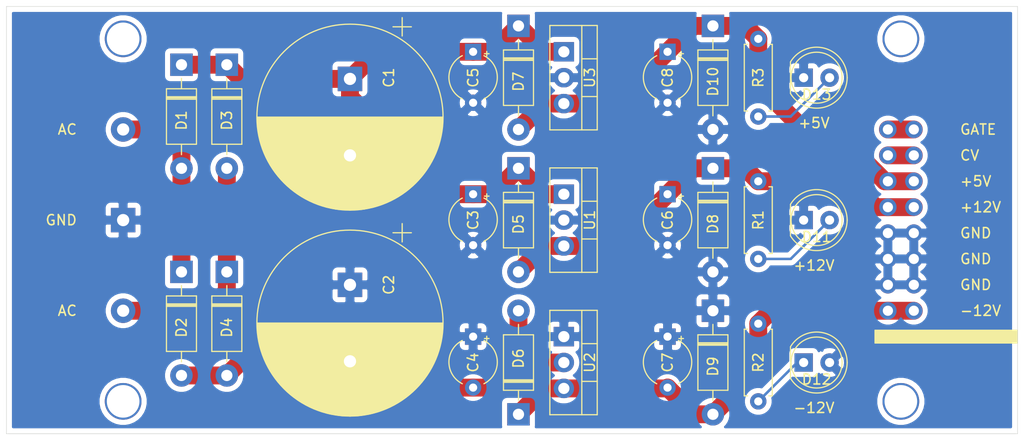
<source format=kicad_pcb>
(kicad_pcb (version 20171130) (host pcbnew 5.1.7-a382d34a8~87~ubuntu16.04.1)
  (layers (0 F.Cu signal) (31 B.Cu signal) (34 B.Paste user) (35 F.Paste user) (36 B.SilkS user) (37 F.SilkS user) (38 B.Mask user) (39 F.Mask user) (44 Edge.Cuts user))
  (net 0 "")
  (net 1 GND)
  (net 2 "Net-(C1-Pad1)")
  (net 3 "Net-(C2-Pad2)")
  (net 4 +12V)
  (net 5 -12V)
  (net 6 +5V)
  (net 7 +12VA)
  (net 8 -12VA)
  (net 9 "Net-(D11-Pad2)")
  (net 10 "Net-(D12-Pad1)")
  (net 11 "Net-(D13-Pad2)")
  (module Connector_PinHeader_2.54mm:PinHeader_1x01_P2.54mm_Vertical (layer F.Cu) (at 24.13 29.845)
    (fp_text reference REF** hide)
    (fp_text value PinHeader_1x01_P2.54mm_Vertical hide)
    (pad 1 thru_hole oval (at 0 0) (size 2.4 2.4) (drill 1.2) (layers *.Cu *.Mask) (net 8 -12VA))
  )
  (module "breakfast:toast_logo_small" (layer F.Cu) (at 109.855 1.905)
    (fp_text reference G*** hide)
    (fp_text value LOGO hide)
    (fp_poly (pts (xy -0.141651 -1.065431) (xy -0.016017 -1.053687) (xy 0.113376 -1.034518) (xy 0.244949 -1.00803) (xy 0.377121 -0.97433) (xy 0.388815 -0.970998) (xy 0.501468 -0.935596) (xy 0.604327 -0.8967) (xy 0.701582 -0.852703) (xy 0.716138 -0.845468) (xy 0.779811 -0.811584) (xy 0.833532 -0.778494) (xy 0.881043 -0.743584) (xy 0.926085 -0.704242) (xy 0.946122 -0.684818) (xy 0.977793 -0.651833) (xy 1.001378 -0.623338) (xy 1.019984 -0.595232) (xy 1.034316 -0.568358) (xy 1.046147 -0.543783) (xy 1.053987 -0.524717) (xy 1.058658 -0.507062) (xy 1.060981 -0.486719) (xy 1.061775 -0.459589) (xy 1.061861 -0.430774) (xy 1.061609 -0.394687) (xy 1.060404 -0.368754) (xy 1.057569 -0.349018) (xy 1.052428 -0.331524) (xy 1.044306 -0.312317) (xy 1.04006 -0.303248) (xy 1.023673 -0.2741) (xy 1.001829 -0.242229) (xy 0.979704 -0.215054) (xy 0.941149 -0.172862) (xy 0.832969 0.372733) (xy 0.811333 0.481479) (xy 0.792157 0.577034) (xy 0.775293 0.660077) (xy 0.760595 0.731286) (xy 0.747918 0.791339) (xy 0.737114 0.840914) (xy 0.728037 0.88069) (xy 0.72054 0.911343) (xy 0.714477 0.933553) (xy 0.709702 0.947998) (xy 0.707713 0.952597) (xy 0.681758 0.991303) (xy 0.646377 1.025466) (xy 0.606256 1.050631) (xy 0.603006 1.052112) (xy 0.592596 1.056663) (xy 0.582651 1.060573) (xy 0.572339 1.063717) (xy 0.560825 1.065971) (xy 0.547274 1.067212) (xy 0.530852 1.067316) (xy 0.510724 1.066159) (xy 0.486057 1.063618) (xy 0.456016 1.059568) (xy 0.419766 1.053886) (xy 0.376474 1.046448) (xy 0.325305 1.03713) (xy 0.265424 1.025809) (xy 0.195997 1.01236) (xy 0.11619 0.99666) (xy 0.025169 0.978585) (xy -0.077902 0.958012) (xy -0.193855 0.934816) (xy -0.211667 0.931252) (xy -0.345886 0.904306) (xy -0.466343 0.879938) (xy -0.573145 0.858125) (xy -0.666399 0.838845) (xy -0.746213 0.822074) (xy -0.812693 0.80779) (xy -0.865947 0.79597) (xy -0.906083 0.786591) (xy -0.933207 0.779631) (xy -0.947427 0.775066) (xy -0.947953 0.774831) (xy -0.989173 0.74824) (xy -1.023553 0.711403) (xy -1.049211 0.667286) (xy -1.064262 0.618853) (xy -1.067464 0.586592) (xy -1.066174 0.574586) (xy -1.062306 0.549877) (xy -1.056073 0.513595) (xy -1.047685 0.466869) (xy -1.037352 0.410828) (xy -1.035656 0.401797) (xy -0.59479 0.401797) (xy -0.592376 0.404429) (xy -0.583979 0.407963) (xy -0.568792 0.41258) (xy -0.54601 0.418458) (xy -0.514825 0.425776) (xy -0.47443 0.434716) (xy -0.42402 0.445455) (xy -0.362788 0.458174) (xy -0.289926 0.473052) (xy -0.204628 0.490269) (xy -0.130528 0.50512) (xy -0.051491 0.52092) (xy 0.023463 0.535898) (xy 0.09319 0.549825) (xy 0.156544 0.562474) (xy 0.212381 0.573614) (xy 0.259556 0.583019) (xy 0.296925 0.59046) (xy 0.323343 0.595709) (xy 0.337666 0.598537) (xy 0.339955 0.598975) (xy 0.345679 0.593914) (xy 0.348403 0.587375) (xy 0.350357 0.57854) (xy 0.354827 0.557011) (xy 0.36158 0.523936) (xy 0.370387 0.480463) (xy 0.381016 0.427739) (xy 0.393236 0.366911) (xy 0.406816 0.299128) (xy 0.421525 0.225536) (xy 0.437132 0.147284) (xy 0.448074 0.092328) (xy 0.464279 0.011321) (xy 0.479913 -0.065979) (xy 0.494729 -0.1384) (xy 0.508478 -0.204772) (xy 0.520913 -0.263922) (xy 0.531786 -0.314679) (xy 0.540851 -0.355873) (xy 0.547858 -0.386332) (xy 0.552561 -0.404885) (xy 0.554278 -0.41003) (xy 0.561395 -0.424882) (xy 0.564442 -0.433404) (xy 0.564444 -0.433478) (xy 0.55831 -0.439021) (xy 0.541544 -0.448681) (xy 0.516602 -0.461297) (xy 0.48594 -0.475709) (xy 0.452014 -0.490757) (xy 0.417279 -0.50528) (xy 0.389418 -0.516171) (xy 0.269437 -0.555813) (xy 0.141038 -0.588239) (xy 0.00834 -0.612707) (xy -0.124537 -0.628478) (xy -0.253475 -0.634813) (xy -0.271596 -0.634904) (xy -0.318412 -0.634743) (xy -0.352924 -0.634081) (xy -0.376939 -0.632502) (xy -0.392264 -0.629594) (xy -0.400707 -0.624939) (xy -0.404074 -0.618125) (xy -0.404173 -0.608736) (xy -0.403748 -0.604575) (xy -0.404668 -0.594026) (xy -0.408148 -0.570814) (xy -0.413972 -0.536113) (xy -0.421925 -0.491095) (xy -0.431791 -0.436934) (xy -0.443356 -0.374803) (xy -0.456402 -0.305875) (xy -0.470716 -0.231322) (xy -0.486082 -0.152318) (xy -0.497298 -0.09525) (xy -0.513284 -0.014211) (xy -0.528478 0.062893) (xy -0.542656 0.134926) (xy -0.555596 0.200752) (xy -0.567075 0.259235) (xy -0.576869 0.309238) (xy -0.584757 0.349627) (xy -0.590515 0.379264) (xy -0.59392 0.397013) (xy -0.59479 0.401797) (xy -1.035656 0.401797) (xy -1.025287 0.346602) (xy -1.011699 0.275322) (xy -0.996799 0.198116) (xy -0.980798 0.116115) (xy -0.963908 0.030448) (xy -0.95985 0.009994) (xy -0.851814 -0.533872) (xy -0.870474 -0.580516) (xy -0.889282 -0.644453) (xy -0.894556 -0.706894) (xy -0.88686 -0.76697) (xy -0.866758 -0.823811) (xy -0.834814 -0.87655) (xy -0.791591 -0.924316) (xy -0.737653 -0.966241) (xy -0.673563 -1.001455) (xy -0.599886 -1.02909) (xy -0.575028 -1.036023) (xy -0.480216 -1.055046) (xy -0.37533 -1.066217) (xy -0.261949 -1.069643) (xy -0.141651 -1.065431)) (layer F.Cu) (width 0.01))
  )
  (module Connector_PinHeader_2.54mm:PinHeader_2x08_P2.54mm_Vertical (layer F.Cu) (at 101.6 29.845 180)
    (fp_text reference REF** hide)
    (fp_text value PinHeader_2x08_P2.54mm_Vertical hide)
    (pad 16 thru_hole oval (at 2.54 17.78 180) (size 1.7 1.7) (drill 1) (layers *.Cu *.Mask))
    (pad 15 thru_hole oval (at 0 17.78 180) (size 1.7 1.7) (drill 1) (layers *.Cu *.Mask))
    (pad 14 thru_hole oval (at 2.54 15.24 180) (size 1.7 1.7) (drill 1) (layers *.Cu *.Mask))
    (pad 13 thru_hole oval (at 0 15.24 180) (size 1.7 1.7) (drill 1) (layers *.Cu *.Mask))
    (pad 12 thru_hole oval (at 2.54 12.7 180) (size 1.7 1.7) (drill 1) (layers *.Cu *.Mask) (net 6 +5V))
    (pad 11 thru_hole oval (at 0 12.7 180) (size 1.7 1.7) (drill 1) (layers *.Cu *.Mask) (net 6 +5V))
    (pad 10 thru_hole oval (at 2.54 10.16 180) (size 1.7 1.7) (drill 1) (layers *.Cu *.Mask) (net 4 +12V))
    (pad 9 thru_hole oval (at 0 10.16 180) (size 1.7 1.7) (drill 1) (layers *.Cu *.Mask) (net 4 +12V))
    (pad 8 thru_hole oval (at 2.54 7.62 180) (size 1.7 1.7) (drill 1) (layers *.Cu *.Mask) (net 1 GND))
    (pad 7 thru_hole oval (at 0 7.62 180) (size 1.7 1.7) (drill 1) (layers *.Cu *.Mask) (net 1 GND))
    (pad 6 thru_hole oval (at 2.54 5.08 180) (size 1.7 1.7) (drill 1) (layers *.Cu *.Mask) (net 1 GND))
    (pad 5 thru_hole oval (at 0 5.08 180) (size 1.7 1.7) (drill 1) (layers *.Cu *.Mask) (net 1 GND))
    (pad 4 thru_hole oval (at 2.54 2.54 180) (size 1.7 1.7) (drill 1) (layers *.Cu *.Mask) (net 1 GND))
    (pad 3 thru_hole oval (at 0 2.54 180) (size 1.7 1.7) (drill 1) (layers *.Cu *.Mask) (net 1 GND))
    (pad 2 thru_hole oval (at 2.54 0 180) (size 1.7 1.7) (drill 1) (layers *.Cu *.Mask) (net 5 -12V))
    (pad 1 thru_hole oval (at 0 0 180) (size 1.7 1.7) (drill 1) (layers *.Cu *.Mask) (net 5 -12V))
  )
  (module Connector_PinHeader_2.54mm:PinHeader_1x01_P2.54mm_Vertical (layer F.Cu) (at 24.13 12.065)
    (fp_text reference REF** hide)
    (fp_text value PinHeader_1x01_P2.54mm_Vertical hide)
    (pad 1 thru_hole oval (at 0 0) (size 2.4 2.4) (drill 1.2) (layers *.Cu *.Mask) (net 7 +12VA))
  )
  (module Connector_PinHeader_2.54mm:PinHeader_1x01_P2.54mm_Vertical (layer F.Cu) (at 24.13 20.955)
    (fp_text reference REF** hide)
    (fp_text value PinHeader_1x01_P2.54mm_Vertical hide)
    (pad 1 thru_hole rect (at 0 0) (size 2.4 2.4) (drill 1.2) (layers *.Cu *.Mask) (net 1 GND))
  )
  (module Capacitor_THT:CP_Radial_D18.0mm_P7.50mm (layer F.Cu) (at 46.355 7.105 270)
    (fp_text reference C1 (at -0.12 -3.81 90) (layer F.SilkS))
    (fp_text value 4700u)
    (pad 2 thru_hole circle (at 7.5 0 270) (size 2.4 2.4) (drill 1.2) (layers *.Cu *.Mask) (net 1 GND))
    (pad 1 thru_hole rect (at 0 0 270) (size 2.4 2.4) (drill 1.2) (layers *.Cu *.Mask) (net 2 "Net-(C1-Pad1)"))
  )
  (module Capacitor_THT:CP_Radial_D18.0mm_P7.50mm (layer F.Cu) (at 46.355 27.305 270)
    (fp_text reference C2 (at 0 -3.81 90) (layer F.SilkS))
    (fp_text value 4700u)
    (pad 1 thru_hole rect (at 0 0 270) (size 2.4 2.4) (drill 1.2) (layers *.Cu *.Mask) (net 1 GND))
    (pad 2 thru_hole circle (at 7.5 0 270) (size 2.4 2.4) (drill 1.2) (layers *.Cu *.Mask) (net 3 "Net-(C2-Pad2)"))
  )
  (module Diode_THT:D_DO-41_SOD81_P10.16mm_Horizontal (layer F.Cu) (at 29.845 5.715 270)
    (fp_text reference D1 (at 5.461 0 90) (layer F.SilkS))
    (fp_text value 1N4001)
    (pad 2 thru_hole oval (at 10.16 0 270) (size 2.2 2.2) (drill 1.1) (layers *.Cu *.Mask) (net 7 +12VA))
    (pad 1 thru_hole rect (at 0 0 270) (size 2.2 2.2) (drill 1.1) (layers *.Cu *.Mask) (net 2 "Net-(C1-Pad1)"))
  )
  (module Diode_THT:D_DO-41_SOD81_P10.16mm_Horizontal (layer F.Cu) (at 29.845 26.035 270)
    (fp_text reference D2 (at 5.461 0 90) (layer F.SilkS))
    (fp_text value 1N4001)
    (pad 1 thru_hole rect (at 0 0 270) (size 2.2 2.2) (drill 1.1) (layers *.Cu *.Mask) (net 7 +12VA))
    (pad 2 thru_hole oval (at 10.16 0 270) (size 2.2 2.2) (drill 1.1) (layers *.Cu *.Mask) (net 3 "Net-(C2-Pad2)"))
  )
  (module LED_THT:LED_D5.0mm (layer F.Cu) (at 90.805 20.955)
    (fp_text reference D11 (at 1.27 1.651) (layer F.SilkS))
    (fp_text value LED)
    (pad 1 thru_hole rect (at 0 0) (size 1.8 1.8) (drill 0.9) (layers *.Cu *.Mask) (net 1 GND))
    (pad 2 thru_hole circle (at 2.54 0) (size 1.8 1.8) (drill 0.9) (layers *.Cu *.Mask) (net 9 "Net-(D11-Pad2)"))
  )
  (module LED_THT:LED_D5.0mm (layer F.Cu) (at 90.805 34.925)
    (fp_text reference D12 (at 1.27 1.651) (layer F.SilkS))
    (fp_text value LED)
    (pad 1 thru_hole rect (at 0 0) (size 1.8 1.8) (drill 0.9) (layers *.Cu *.Mask) (net 10 "Net-(D12-Pad1)"))
    (pad 2 thru_hole circle (at 2.54 0) (size 1.8 1.8) (drill 0.9) (layers *.Cu *.Mask) (net 1 GND))
  )
  (module LED_THT:LED_D5.0mm (layer F.Cu) (at 90.805 6.985)
    (fp_text reference D13 (at 1.27 1.651) (layer F.SilkS))
    (fp_text value LED)
    (pad 2 thru_hole circle (at 2.54 0) (size 1.8 1.8) (drill 0.9) (layers *.Cu *.Mask) (net 11 "Net-(D13-Pad2)"))
    (pad 1 thru_hole rect (at 0 0) (size 1.8 1.8) (drill 0.9) (layers *.Cu *.Mask) (net 1 GND))
  )
  (module Resistor_THT:R_Axial_DIN0207_L6.3mm_D2.5mm_P7.62mm_Horizontal (layer F.Cu) (at 86.36 24.765 90)
    (fp_text reference R1 (at 3.81 0 90) (layer F.SilkS))
    (fp_text value R)
    (pad 2 thru_hole oval (at 7.62 0 90) (size 1.6 1.6) (drill 0.8) (layers *.Cu *.Mask) (net 4 +12V))
    (pad 1 thru_hole circle (at 0 0 90) (size 1.6 1.6) (drill 0.8) (layers *.Cu *.Mask) (net 9 "Net-(D11-Pad2)"))
  )
  (module Resistor_THT:R_Axial_DIN0207_L6.3mm_D2.5mm_P7.62mm_Horizontal (layer F.Cu) (at 86.36 38.735 90)
    (fp_text reference R2 (at 3.81 0 90) (layer F.SilkS))
    (fp_text value R)
    (pad 1 thru_hole circle (at 0 0 90) (size 1.6 1.6) (drill 0.8) (layers *.Cu *.Mask) (net 10 "Net-(D12-Pad1)"))
    (pad 2 thru_hole oval (at 7.62 0 90) (size 1.6 1.6) (drill 0.8) (layers *.Cu *.Mask) (net 5 -12V))
  )
  (module Resistor_THT:R_Axial_DIN0207_L6.3mm_D2.5mm_P7.62mm_Horizontal (layer F.Cu) (at 86.36 3.175 270)
    (fp_text reference R3 (at 3.81 0 90) (layer F.SilkS))
    (fp_text value R)
    (pad 1 thru_hole circle (at 0 0 270) (size 1.6 1.6) (drill 0.8) (layers *.Cu *.Mask) (net 6 +5V))
    (pad 2 thru_hole oval (at 7.62 0 270) (size 1.6 1.6) (drill 0.8) (layers *.Cu *.Mask) (net 11 "Net-(D13-Pad2)"))
  )
  (module Package_TO_SOT_THT:TO-220-3_Vertical (layer F.Cu) (at 67.31 18.415 270)
    (fp_text reference U1 (at 2.54 -2.54 90) (layer F.SilkS))
    (fp_text value L7812)
    (pad 1 thru_hole rect (at 0 0 270) (size 1.905 2) (drill 1.1) (layers *.Cu *.Mask) (net 2 "Net-(C1-Pad1)"))
    (pad 2 thru_hole oval (at 2.54 0 270) (size 1.905 2) (drill 1.1) (layers *.Cu *.Mask) (net 1 GND))
    (pad 3 thru_hole oval (at 5.08 0 270) (size 1.905 2) (drill 1.1) (layers *.Cu *.Mask) (net 4 +12V))
  )
  (module Package_TO_SOT_THT:TO-220-3_Vertical (layer F.Cu) (at 67.31 32.385 270)
    (fp_text reference U2 (at 2.54 -2.54 90) (layer F.SilkS))
    (fp_text value L7912)
    (pad 1 thru_hole rect (at 0 0 270) (size 1.905 2) (drill 1.1) (layers *.Cu *.Mask) (net 1 GND))
    (pad 2 thru_hole oval (at 2.54 0 270) (size 1.905 2) (drill 1.1) (layers *.Cu *.Mask) (net 3 "Net-(C2-Pad2)"))
    (pad 3 thru_hole oval (at 5.08 0 270) (size 1.905 2) (drill 1.1) (layers *.Cu *.Mask) (net 5 -12V))
  )
  (module Package_TO_SOT_THT:TO-220-3_Vertical (layer F.Cu) (at 67.31 4.445 270)
    (fp_text reference U3 (at 2.54 -2.54 90) (layer F.SilkS))
    (fp_text value L7805)
    (pad 3 thru_hole oval (at 5.08 0 270) (size 1.905 2) (drill 1.1) (layers *.Cu *.Mask) (net 6 +5V))
    (pad 2 thru_hole oval (at 2.54 0 270) (size 1.905 2) (drill 1.1) (layers *.Cu *.Mask) (net 1 GND))
    (pad 1 thru_hole rect (at 0 0 270) (size 1.905 2) (drill 1.1) (layers *.Cu *.Mask) (net 2 "Net-(C1-Pad1)"))
  )
  (module Capacitor_THT:CP_Radial_Tantal_D4.5mm_P5.00mm (layer F.Cu) (at 58.42 18.415 270)
    (fp_text reference C3 (at 2.54 0 90) (layer F.SilkS))
    (fp_text value 1u)
    (pad 2 thru_hole circle (at 5 0 270) (size 1.6 1.6) (drill 0.8) (layers *.Cu *.Mask) (net 1 GND))
    (pad 1 thru_hole rect (at 0 0 270) (size 1.6 1.6) (drill 0.8) (layers *.Cu *.Mask) (net 2 "Net-(C1-Pad1)"))
  )
  (module Capacitor_THT:CP_Radial_Tantal_D4.5mm_P5.00mm (layer F.Cu) (at 58.42 32.385 270)
    (fp_text reference C4 (at 2.54 0 90) (layer F.SilkS))
    (fp_text value 1u)
    (pad 1 thru_hole rect (at 0 0 270) (size 1.6 1.6) (drill 0.8) (layers *.Cu *.Mask) (net 1 GND))
    (pad 2 thru_hole circle (at 5 0 270) (size 1.6 1.6) (drill 0.8) (layers *.Cu *.Mask) (net 3 "Net-(C2-Pad2)"))
  )
  (module Capacitor_THT:CP_Radial_Tantal_D4.5mm_P5.00mm (layer F.Cu) (at 58.42 4.445 270)
    (fp_text reference C5 (at 2.54 0 90) (layer F.SilkS))
    (fp_text value 1u)
    (pad 1 thru_hole rect (at 0 0 270) (size 1.6 1.6) (drill 0.8) (layers *.Cu *.Mask) (net 2 "Net-(C1-Pad1)"))
    (pad 2 thru_hole circle (at 5 0 270) (size 1.6 1.6) (drill 0.8) (layers *.Cu *.Mask) (net 1 GND))
  )
  (module Capacitor_THT:CP_Radial_Tantal_D4.5mm_P5.00mm (layer F.Cu) (at 77.47 18.415 270)
    (fp_text reference C6 (at 2.54 0 90) (layer F.SilkS))
    (fp_text value 1u)
    (pad 2 thru_hole circle (at 5 0 270) (size 1.6 1.6) (drill 0.8) (layers *.Cu *.Mask) (net 1 GND))
    (pad 1 thru_hole rect (at 0 0 270) (size 1.6 1.6) (drill 0.8) (layers *.Cu *.Mask) (net 4 +12V))
  )
  (module Capacitor_THT:CP_Radial_Tantal_D4.5mm_P5.00mm (layer F.Cu) (at 77.47 32.385 270)
    (fp_text reference C7 (at 2.54 0 90) (layer F.SilkS))
    (fp_text value 1u)
    (pad 1 thru_hole rect (at 0 0 270) (size 1.6 1.6) (drill 0.8) (layers *.Cu *.Mask) (net 1 GND))
    (pad 2 thru_hole circle (at 5 0 270) (size 1.6 1.6) (drill 0.8) (layers *.Cu *.Mask) (net 5 -12V))
  )
  (module Capacitor_THT:CP_Radial_Tantal_D4.5mm_P5.00mm (layer F.Cu) (at 77.47 4.445 270)
    (fp_text reference C8 (at 2.54 0 90) (layer F.SilkS))
    (fp_text value 1u)
    (pad 2 thru_hole circle (at 5 0 270) (size 1.6 1.6) (drill 0.8) (layers *.Cu *.Mask) (net 1 GND))
    (pad 1 thru_hole rect (at 0 0 270) (size 1.6 1.6) (drill 0.8) (layers *.Cu *.Mask) (net 6 +5V))
  )
  (module Diode_THT:D_DO-41_SOD81_P10.16mm_Horizontal (layer F.Cu) (at 34.29 5.715 270)
    (fp_text reference D3 (at 5.461 0 90) (layer F.SilkS))
    (fp_text value 1N4001)
    (pad 2 thru_hole oval (at 10.16 0 270) (size 2.2 2.2) (drill 1.1) (layers *.Cu *.Mask) (net 8 -12VA))
    (pad 1 thru_hole rect (at 0 0 270) (size 2.2 2.2) (drill 1.1) (layers *.Cu *.Mask) (net 2 "Net-(C1-Pad1)"))
  )
  (module Diode_THT:D_DO-41_SOD81_P10.16mm_Horizontal (layer F.Cu) (at 34.29 26.035 270)
    (fp_text reference D4 (at 5.461 0 90) (layer F.SilkS))
    (fp_text value 1N4001)
    (pad 1 thru_hole rect (at 0 0 270) (size 2.2 2.2) (drill 1.1) (layers *.Cu *.Mask) (net 8 -12VA))
    (pad 2 thru_hole oval (at 10.16 0 270) (size 2.2 2.2) (drill 1.1) (layers *.Cu *.Mask) (net 3 "Net-(C2-Pad2)"))
  )
  (module Diode_THT:D_DO-41_SOD81_P10.16mm_Horizontal (layer F.Cu) (at 81.915 15.875 270)
    (fp_text reference D8 (at 5.461 0 90) (layer F.SilkS))
    (fp_text value 1N4001)
    (pad 1 thru_hole rect (at 0 0 270) (size 2.2 2.2) (drill 1.1) (layers *.Cu *.Mask) (net 4 +12V))
    (pad 2 thru_hole oval (at 10.16 0 270) (size 2.2 2.2) (drill 1.1) (layers *.Cu *.Mask) (net 1 GND))
  )
  (module Diode_THT:D_DO-41_SOD81_P10.16mm_Horizontal (layer F.Cu) (at 81.915 29.845 270)
    (fp_text reference D9 (at 5.461 0 90) (layer F.SilkS))
    (fp_text value 1N4001)
    (pad 2 thru_hole oval (at 10.16 0 270) (size 2.2 2.2) (drill 1.1) (layers *.Cu *.Mask) (net 5 -12V))
    (pad 1 thru_hole rect (at 0 0 270) (size 2.2 2.2) (drill 1.1) (layers *.Cu *.Mask) (net 1 GND))
  )
  (module Diode_THT:D_DO-41_SOD81_P10.16mm_Horizontal (layer F.Cu) (at 81.915 1.905 270)
    (fp_text reference D10 (at 5.461 0 90) (layer F.SilkS))
    (fp_text value 1N4001)
    (pad 1 thru_hole rect (at 0 0 270) (size 2.2 2.2) (drill 1.1) (layers *.Cu *.Mask) (net 6 +5V))
    (pad 2 thru_hole oval (at 10.16 0 270) (size 2.2 2.2) (drill 1.1) (layers *.Cu *.Mask) (net 1 GND))
  )
  (module Diode_THT:D_DO-41_SOD81_P10.16mm_Horizontal (layer F.Cu) (at 62.865 15.875 270)
    (fp_text reference D5 (at 5.482999 0 90) (layer F.SilkS))
    (fp_text value 1N4001)
    (pad 1 thru_hole rect (at 0 0 270) (size 2.2 2.2) (drill 1.1) (layers *.Cu *.Mask) (net 2 "Net-(C1-Pad1)"))
    (pad 2 thru_hole oval (at 10.16 0 270) (size 2.2 2.2) (drill 1.1) (layers *.Cu *.Mask) (net 4 +12V))
  )
  (module Diode_THT:D_DO-41_SOD81_P10.16mm_Horizontal (layer F.Cu) (at 62.865 40.005 90)
    (fp_text reference D6 (at 5.482999 0 90) (layer F.SilkS))
    (fp_text value 1N4001)
    (pad 2 thru_hole oval (at 10.16 0 90) (size 2.2 2.2) (drill 1.1) (layers *.Cu *.Mask) (net 3 "Net-(C2-Pad2)"))
    (pad 1 thru_hole rect (at 0 0 90) (size 2.2 2.2) (drill 1.1) (layers *.Cu *.Mask) (net 5 -12V))
  )
  (module Diode_THT:D_DO-41_SOD81_P10.16mm_Horizontal (layer F.Cu) (at 62.865 1.905 270)
    (fp_text reference D7 (at 5.461 0 90) (layer F.SilkS))
    (fp_text value 1N4001)
    (pad 1 thru_hole rect (at 0 0 270) (size 2.2 2.2) (drill 1.1) (layers *.Cu *.Mask) (net 2 "Net-(C1-Pad1)"))
    (pad 2 thru_hole oval (at 10.16 0 270) (size 2.2 2.2) (drill 1.1) (layers *.Cu *.Mask) (net 6 +5V))
  )
  (gr_poly (pts (xy 47.795 38.456) (xy 42.715 38.456) (xy 42.715 33.376) (xy 47.795 33.376)) (layer F.SilkS) (width 0.1))
  (gr_poly (pts (xy 47.795 18.256) (xy 42.715 18.256) (xy 42.715 13.176) (xy 47.795 13.176)) (layer F.SilkS) (width 0.1))
  (gr_text AC (at 19.685 29.845) (layer F.SilkS) (effects (font (size 1 1)) (justify right)))
  (gr_poly (pts (xy 111.76 33.02) (xy 97.79 33.02) (xy 97.79 31.75) (xy 111.76 31.75)) (layer F.SilkS) (width 0.1))
  (gr_text -12V (at 91.821 39.37) (layer F.SilkS) (effects (font (size 1 1))))
  (gr_text +12V (at 91.821 25.4) (layer F.SilkS) (effects (font (size 1 1))))
  (gr_text +5V (at 91.821 11.43) (layer F.SilkS) (effects (font (size 1 1))))
  (gr_text AC (at 19.685 12.065) (layer F.SilkS) (effects (font (size 1 1)) (justify right)))
  (gr_text GND (at 19.685 20.955) (layer F.SilkS) (effects (font (size 1 1)) (justify right)))
  (gr_text +12V (at 106.045 19.685) (layer F.SilkS) (effects (font (size 1 1)) (justify left)))
  (gr_text GND (at 106.045 24.765) (layer F.SilkS) (effects (font (size 1 1)) (justify left)))
  (gr_text CV (at 106.045 14.605) (layer F.SilkS) (effects (font (size 1 1)) (justify left)))
  (gr_text GATE (at 106.045 12.065) (layer F.SilkS) (effects (font (size 1 1)) (justify left)))
  (gr_text +5V (at 106.045 17.145) (layer F.SilkS) (effects (font (size 1 1)) (justify left)))
  (gr_text -12V (at 106.045 29.845) (layer F.SilkS) (effects (font (size 1 1)) (justify left)))
  (gr_text GND (at 106.045 27.305) (layer F.SilkS) (effects (font (size 1 1)) (justify left)))
  (gr_text GND (at 106.045 22.225) (layer F.SilkS) (effects (font (size 1 1)) (justify left)))
  (gr_line (start 12.7 0) (end 111.76 0) (layer Edge.Cuts) (width 0.05))
  (gr_line (start 111.76 0) (end 111.76 41.91) (layer Edge.Cuts) (width 0.05))
  (gr_line (start 111.76 41.91) (end 12.7 41.91) (layer Edge.Cuts) (width 0.05))
  (gr_line (start 12.7 41.91) (end 12.7 0) (layer Edge.Cuts) (width 0.05))
  (segment (start 101.6 14.605) (end 99.06 14.605) (width 1.75) (layer F.Cu) (net 0))
  (segment (start 99.06 12.065) (end 101.6 12.065) (width 1.75) (layer F.Cu) (net 0))
  (via (at 100.33 3.175) (size 3.6) (drill 3.2) (layers F.Cu B.Cu) (net 0))
  (via (at 24.13 3.175) (size 3.6) (drill 3.2) (layers F.Cu B.Cu) (net 0))
  (via (at 24.13 38.735) (size 3.6) (drill 3.2) (layers F.Cu B.Cu) (net 0))
  (via (at 100.33 38.735) (size 3.6) (drill 3.2) (layers F.Cu B.Cu) (net 0))
  (segment (start 29.845 5.715) (end 34.29 5.715) (width 1.75) (layer F.Cu) (net 2))
  (segment (start 49.015 4.445) (end 46.355 7.105) (width 1.75) (layer F.Cu) (net 2))
  (segment (start 58.42 4.445) (end 49.015 4.445) (width 1.75) (layer F.Cu) (net 2))
  (segment (start 35.68 7.105) (end 34.29 5.715) (width 1.75) (layer F.Cu) (net 2))
  (segment (start 46.355 7.105) (end 35.68 7.105) (width 1.75) (layer F.Cu) (net 2))
  (segment (start 46.355 7.105) (end 46.475 7.105) (width 1.75) (layer F.Cu) (net 2))
  (segment (start 58.42 18.415) (end 55.88 18.415) (width 1.75) (layer F.Cu) (net 2))
  (segment (start 55.88 18.415) (end 46.355 8.89) (width 1.75) (layer F.Cu) (net 2))
  (segment (start 46.355 8.89) (end 46.355 7.105) (width 1.75) (layer F.Cu) (net 2))
  (segment (start 60.325 4.445) (end 62.865 1.905) (width 1.75) (layer F.Cu) (net 2))
  (segment (start 58.42 4.445) (end 60.325 4.445) (width 1.75) (layer F.Cu) (net 2))
  (segment (start 60.325 18.415) (end 62.865 15.875) (width 1.75) (layer F.Cu) (net 2))
  (segment (start 58.42 18.415) (end 60.325 18.415) (width 1.75) (layer F.Cu) (net 2))
  (segment (start 65.405 18.415) (end 62.865 15.875) (width 1.75) (layer F.Cu) (net 2))
  (segment (start 67.31 18.415) (end 65.405 18.415) (width 1.75) (layer F.Cu) (net 2))
  (segment (start 65.405 4.445) (end 62.865 1.905) (width 1.75) (layer F.Cu) (net 2))
  (segment (start 67.31 4.445) (end 65.405 4.445) (width 1.75) (layer F.Cu) (net 2))
  (segment (start 29.845 36.195) (end 34.29 36.195) (width 1.75) (layer F.Cu) (net 3))
  (segment (start 48.935 37.385) (end 46.355 34.805) (width 1.75) (layer F.Cu) (net 3))
  (segment (start 58.42 37.385) (end 48.935 37.385) (width 1.75) (layer F.Cu) (net 3))
  (segment (start 35.68 34.805) (end 34.29 36.195) (width 1.75) (layer F.Cu) (net 3))
  (segment (start 46.355 34.805) (end 35.68 34.805) (width 1.75) (layer F.Cu) (net 3))
  (segment (start 58.42 37.385) (end 60.325 37.385) (width 1.75) (layer F.Cu) (net 3))
  (segment (start 62.865 34.845) (end 62.865 29.845) (width 1.75) (layer F.Cu) (net 3))
  (segment (start 60.325 37.385) (end 62.865 34.845) (width 1.75) (layer F.Cu) (net 3))
  (segment (start 62.945 34.925) (end 62.865 34.845) (width 1.75) (layer F.Cu) (net 3))
  (segment (start 67.31 34.925) (end 62.945 34.925) (width 1.75) (layer F.Cu) (net 3))
  (segment (start 99.06 19.685) (end 97.857919 19.685) (width 1.75) (layer F.Cu) (net 4))
  (segment (start 97.857919 19.685) (end 95.317919 17.145) (width 1.75) (layer F.Cu) (net 4))
  (segment (start 101.6 19.685) (end 99.06 19.685) (width 1.75) (layer F.Cu) (net 4))
  (segment (start 77.47 18.415) (end 72.39 23.495) (width 1.75) (layer F.Cu) (net 4))
  (segment (start 80.01 15.875) (end 77.47 18.415) (width 1.75) (layer F.Cu) (net 4))
  (segment (start 81.915 15.875) (end 80.01 15.875) (width 1.75) (layer F.Cu) (net 4))
  (segment (start 85.09 15.875) (end 81.915 15.875) (width 1.75) (layer F.Cu) (net 4))
  (segment (start 86.36 17.145) (end 85.09 15.875) (width 1.75) (layer F.Cu) (net 4))
  (segment (start 86.36 17.145) (end 95.317919 17.145) (width 1.75) (layer F.Cu) (net 4))
  (segment (start 65.405 23.495) (end 62.865 26.035) (width 1.75) (layer F.Cu) (net 4))
  (segment (start 67.31 23.495) (end 65.405 23.495) (width 1.75) (layer F.Cu) (net 4))
  (segment (start 67.31 23.495) (end 72.39 23.495) (width 1.75) (layer F.Cu) (net 4))
  (segment (start 101.6 29.845) (end 99.06 29.845) (width 1.75) (layer F.Cu) (net 5))
  (segment (start 80.09 40.005) (end 77.47 37.385) (width 1.75) (layer F.Cu) (net 5))
  (segment (start 81.915 40.005) (end 80.09 40.005) (width 1.75) (layer F.Cu) (net 5))
  (segment (start 86.36 35.56) (end 81.915 40.005) (width 1.75) (layer F.Cu) (net 5))
  (segment (start 86.36 31.115) (end 86.36 35.56) (width 1.75) (layer F.Cu) (net 5))
  (segment (start 87.63 29.845) (end 86.36 31.115) (width 1.75) (layer F.Cu) (net 5))
  (segment (start 99.06 29.845) (end 87.63 29.845) (width 1.75) (layer F.Cu) (net 5))
  (segment (start 65.405 37.465) (end 62.865 40.005) (width 1.75) (layer F.Cu) (net 5))
  (segment (start 67.31 37.465) (end 65.405 37.465) (width 1.75) (layer F.Cu) (net 5))
  (segment (start 77.39 37.465) (end 77.47 37.385) (width 1.75) (layer F.Cu) (net 5))
  (segment (start 67.31 37.465) (end 77.39 37.465) (width 1.75) (layer F.Cu) (net 5))
  (segment (start 101.6 17.145) (end 99.06 17.145) (width 1.75) (layer F.Cu) (net 6))
  (segment (start 77.47 4.445) (end 72.39 9.525) (width 1.75) (layer F.Cu) (net 6))
  (segment (start 80.01 1.905) (end 77.47 4.445) (width 1.75) (layer F.Cu) (net 6))
  (segment (start 81.915 1.905) (end 80.01 1.905) (width 1.75) (layer F.Cu) (net 6))
  (segment (start 85.09 1.905) (end 81.915 1.905) (width 1.75) (layer F.Cu) (net 6))
  (segment (start 86.36 3.175) (end 85.09 1.905) (width 1.75) (layer F.Cu) (net 6))
  (segment (start 98.750998 17.145) (end 99.06 17.145) (width 1.75) (layer F.Cu) (net 6))
  (segment (start 86.36 3.175) (end 86.36 7.62) (width 1.75) (layer F.Cu) (net 6))
  (segment (start 86.36 7.62) (end 93.345 14.605) (width 1.75) (layer F.Cu) (net 6))
  (segment (start 93.345 14.605) (end 96.210998 14.605) (width 1.75) (layer F.Cu) (net 6))
  (segment (start 96.210998 14.605) (end 98.750998 17.145) (width 1.75) (layer F.Cu) (net 6))
  (segment (start 65.405 9.525) (end 62.865 12.065) (width 1.75) (layer F.Cu) (net 6))
  (segment (start 67.31 9.525) (end 65.405 9.525) (width 1.75) (layer F.Cu) (net 6))
  (segment (start 67.31 9.525) (end 72.39 9.525) (width 1.75) (layer F.Cu) (net 6))
  (segment (start 29.845 26.035) (end 29.845 15.875) (width 1.75) (layer F.Cu) (net 7))
  (segment (start 27.94 12.065) (end 24.13 12.065) (width 1.75) (layer F.Cu) (net 7))
  (segment (start 29.845 13.97) (end 27.94 12.065) (width 1.75) (layer F.Cu) (net 7))
  (segment (start 29.845 15.875) (end 29.845 13.97) (width 1.75) (layer F.Cu) (net 7))
  (segment (start 34.29 15.875) (end 34.29 26.035) (width 1.75) (layer F.Cu) (net 8))
  (segment (start 34.29 26.035) (end 34.29 27.94) (width 1.75) (layer F.Cu) (net 8))
  (segment (start 34.29 27.94) (end 32.385 29.845) (width 1.75) (layer F.Cu) (net 8))
  (segment (start 32.385 29.845) (end 24.13 29.845) (width 1.75) (layer F.Cu) (net 8))
  (segment (start 89.535 24.765) (end 86.36 24.765) (width 0.25) (layer B.Cu) (net 9))
  (segment (start 93.345 20.955) (end 89.535 24.765) (width 0.25) (layer B.Cu) (net 9))
  (segment (start 90.17 34.925) (end 90.805 34.925) (width 0.25) (layer B.Cu) (net 10))
  (segment (start 86.36 38.735) (end 90.17 34.925) (width 0.25) (layer B.Cu) (net 10))
  (segment (start 89.535 10.795) (end 86.36 10.795) (width 0.25) (layer B.Cu) (net 11))
  (segment (start 93.345 6.985) (end 89.535 10.795) (width 0.25) (layer B.Cu) (net 11))
  (zone (net 1) (net_name GND) (layer B.Cu) (connect_pads (clearance 0.508)) (min_thickness 0.254) (fill yes (arc_segments 32) (thermal_gap 0.508) (thermal_bridge_width 0.875))
    (polygon (pts (xy 112.395 42.545) (xy 12.065 42.545) (xy 12.065 -0.635) (xy 112.395 -0.635)))
  )
)
</source>
